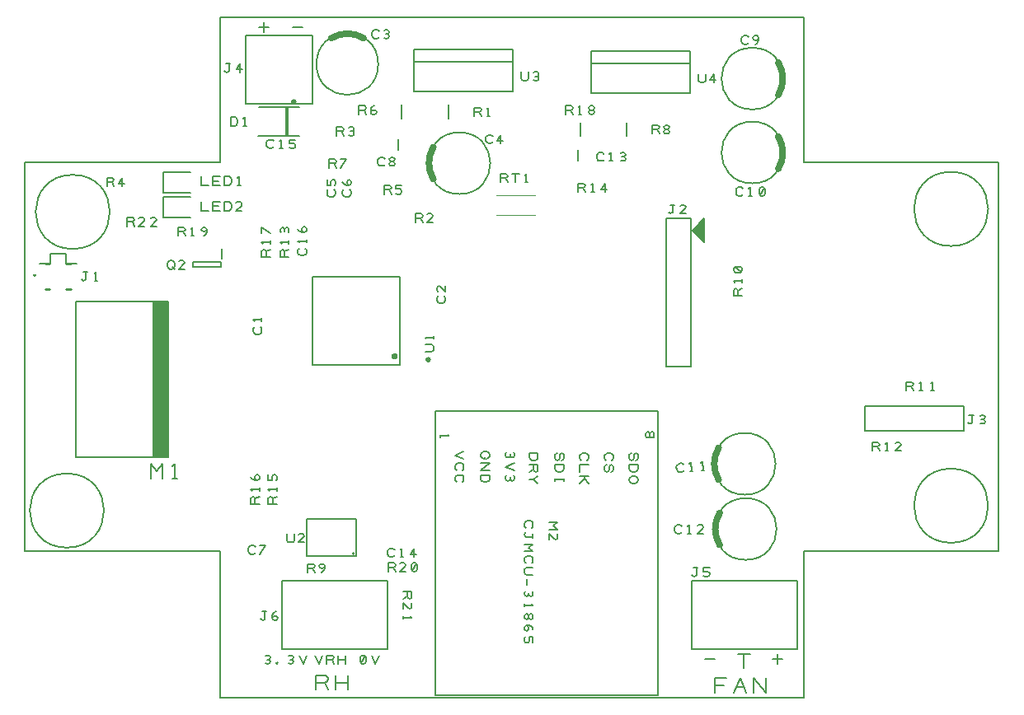
<source format=gto>
G04 DesignSpark PCB Gerber Version 10.0 Build 5299*
G04 #@! TF.Part,Single*
G04 #@! TF.FileFunction,Legend,Top*
G04 #@! TF.FilePolarity,Positive*
%FSLAX35Y35*%
%MOIN*%
%ADD13C,0.00394*%
%ADD10C,0.00500*%
%ADD11C,0.00787*%
%ADD12C,0.00800*%
%ADD14C,0.01000*%
%ADD17C,0.02500*%
G04 #@! TD.AperFunction*
X0Y0D02*
D02*
D10*
X250Y59305D02*
Y216785D01*
X78990D01*
X17179Y90841D02*
G75*
G03*
Y60841I0J-15000D01*
G01*
G75*
G03*
Y90841I0J15000D01*
G01*
X19541Y211707D02*
G75*
G03*
Y181707I0J-15000D01*
G01*
G75*
G03*
Y211707I0J15000D01*
G01*
X78990Y250D02*
X315211D01*
X78990Y59305D02*
X250D01*
X78990D02*
Y250D01*
Y275447D02*
X315211D01*
X78990D02*
Y216785D01*
X106474Y227415D02*
Y239226D01*
X105674D01*
Y227415D01*
X106474D01*
G36*
X106474Y227415D02*
Y239226D01*
X105674D01*
Y227415D01*
X106474D01*
G37*
X108874Y240395D02*
G75*
G03*
Y241995I0J800D01*
G01*
G75*
G03*
Y240395I0J-800D01*
G01*
G36*
X108874Y240395D02*
G75*
G03*
Y241995I0J800D01*
G01*
G75*
G03*
Y240395I0J-800D01*
G01*
G37*
X111274Y227415D02*
X94474D01*
X111274Y239226D02*
X94874D01*
X118091Y256507D02*
G75*
G03*
X143039I12474J0D01*
G01*
G75*
G03*
X118091I-12474J0D01*
G01*
X149856Y137258D02*
G75*
G03*
X149463Y139226I-197J984D01*
G01*
G75*
G03*
X149856Y137258I197J-984D01*
G01*
G36*
X149856Y137258D02*
G75*
G03*
X149463Y139226I-197J984D01*
G01*
G75*
G03*
X149856Y137258I197J-984D01*
G01*
G37*
X151825Y134896D02*
Y170329D01*
X116392D01*
Y134896D01*
X151825D01*
X157415Y257431D02*
X197415D01*
X157415Y262431D02*
Y245431D01*
X197415D01*
Y262431D01*
X157415D01*
X162455Y136864D02*
G75*
G03*
X164030I787J0D01*
G01*
G75*
G03*
X162455I-787J0D01*
G01*
G36*
X162455Y136864D02*
G75*
G03*
X164030I787J0D01*
G01*
G75*
G03*
X162455I-787J0D01*
G01*
G37*
X166234Y1156D02*
X256234D01*
X166234Y116156D02*
Y1156D01*
X175883Y203918D02*
G75*
G03*
Y228866I0J12474D01*
G01*
G75*
G03*
Y203918I0J-12474D01*
G01*
X229069Y256644D02*
X269069D01*
X229069Y261644D02*
Y244644D01*
X269069D01*
Y261644D01*
X229069D01*
X256234Y116156D02*
X166234D01*
X256234D02*
Y1156D01*
X259423Y134226D02*
X269423D01*
Y194226D01*
X259423D01*
Y134226D01*
X270250Y189226D02*
X274974Y193951D01*
Y184502D01*
X270250Y189226D01*
G36*
X270250Y189226D02*
X274974Y193951D01*
Y184502D01*
X270250Y189226D01*
G37*
X291237Y82264D02*
G75*
G03*
Y107212I0J12474D01*
G01*
G75*
G03*
Y82264I0J-12474D01*
G01*
X291631Y55886D02*
G75*
G03*
Y80834I0J12474D01*
G01*
G75*
G03*
Y55886I0J-12474D01*
G01*
X294302Y233196D02*
G75*
G03*
Y208248I0J-12474D01*
G01*
G75*
G03*
Y233196I0J12474D01*
G01*
Y263118D02*
G75*
G03*
Y238170I0J-12474D01*
G01*
G75*
G03*
Y263118I0J12474D01*
G01*
X315211Y250D02*
Y59305D01*
Y216785D02*
X393951D01*
X315211Y275447D02*
Y216785D01*
X339659Y118242D02*
Y108242D01*
X379659D01*
Y118242D01*
X339659D01*
X374659Y92809D02*
G75*
G03*
Y62809I0J-15000D01*
G01*
G75*
G03*
Y92809I0J15000D01*
G01*
Y212888D02*
G75*
G03*
Y182888I0J-15000D01*
G01*
G75*
G03*
Y212888I0J15000D01*
G01*
X393951Y59305D02*
X315211D01*
X393951Y216785D02*
Y59305D01*
D02*
D11*
X51037Y88734D02*
Y94640D01*
X53498Y91687D01*
X55959Y94640D01*
Y88734D01*
X59896D02*
X61864D01*
X60880D02*
Y94640D01*
X59896Y93656D01*
X67179Y202809D02*
X56156D01*
Y194541D01*
X67179D01*
Y212652D02*
X56156D01*
Y204384D01*
X67179D01*
X79581Y176333D02*
Y174561D01*
X68163D01*
Y176333D01*
X79581D01*
X79778Y181844D02*
Y177711D01*
X89485Y240407D02*
Y267967D01*
X116392D01*
Y240407D01*
X89485D01*
X94738Y271411D02*
X98675D01*
X96707Y269443D02*
Y273380D01*
X104052Y19935D02*
Y47494D01*
X146707D01*
Y19935D01*
X104052D01*
X108518Y271411D02*
X112455D01*
X117967Y3301D02*
Y9207D01*
X121411D01*
X122396Y8715D01*
X122888Y7730D01*
X122396Y6746D01*
X121411Y6254D01*
X117967D01*
X121411D02*
X122888Y3301D01*
X125841D02*
Y9207D01*
Y6254D02*
X130762D01*
Y3301D02*
Y9207D01*
X151037Y225939D02*
Y221805D01*
X152612Y240014D02*
Y234502D01*
X171510Y240014D02*
Y234502D01*
X223872Y221608D02*
Y217474D01*
X224659Y232927D02*
Y227415D01*
X243557Y232927D02*
Y227415D01*
X269800Y19935D02*
Y47494D01*
X312455D01*
Y19935D01*
X269800D01*
X275053Y15900D02*
X278990D01*
Y2120D02*
Y8026D01*
X283911D01*
X282927Y5073D02*
X278990D01*
X286864Y2120D02*
X289325Y8026D01*
X291785Y2120D01*
X287848Y4581D02*
X290801D01*
X294738Y2120D02*
Y8026D01*
X299659Y2120D01*
Y8026D01*
X290900Y11963D02*
Y17868D01*
X288439D02*
X293360D01*
X302612Y15900D02*
X306549D01*
X304581Y13931D02*
Y17868D01*
D02*
D12*
X8396Y175821D02*
X5996D01*
X10396D02*
Y179758D01*
X16796D01*
Y175821D01*
X18796D02*
X21196D01*
X23085Y169435D02*
X23378Y169142D01*
X23966Y168848D01*
X24554Y169142D01*
X24847Y169435D01*
Y172373D01*
X25435D01*
X24847D02*
X23672D01*
X28372Y168848D02*
X29547D01*
X28960D02*
Y172373D01*
X28372Y171785D01*
X33321Y207037D02*
Y210562D01*
X35377D01*
X35965Y210268D01*
X36258Y209681D01*
X35965Y209093D01*
X35377Y208799D01*
X33321D01*
X35377D02*
X36258Y207037D01*
X39490D02*
Y210562D01*
X38021Y208212D01*
X40371D01*
X41589Y190895D02*
Y194420D01*
X43645D01*
X44232Y194126D01*
X44526Y193539D01*
X44232Y192951D01*
X43645Y192657D01*
X41589D01*
X43645D02*
X44526Y190895D01*
X48639D02*
X46289D01*
X48345Y192951D01*
X48639Y193539D01*
X48345Y194126D01*
X47757Y194420D01*
X46876D01*
X46289Y194126D01*
X53339Y190895D02*
X50989D01*
X53045Y192951D01*
X53339Y193539D01*
X53045Y194126D01*
X52457Y194420D01*
X51576D01*
X50989Y194126D01*
X57730Y174747D02*
Y175922D01*
X58024Y176510D01*
X58318Y176804D01*
X58906Y177097D01*
X59493D01*
X60080Y176804D01*
X60374Y176510D01*
X60668Y175922D01*
Y174747D01*
X60374Y174160D01*
X60080Y173866D01*
X59493Y173572D01*
X58906D01*
X58318Y173866D01*
X58024Y174160D01*
X57730Y174747D01*
X59787Y174454D02*
X60668Y173572D01*
X64780D02*
X62430D01*
X64487Y175628D01*
X64780Y176216D01*
X64487Y176804D01*
X63899Y177097D01*
X63018D01*
X62430Y176804D01*
X58124Y160486D02*
X52219D01*
Y97494D01*
X58124D01*
Y160486D01*
G36*
X58124Y160486D02*
X52219D01*
Y97494D01*
X58124D01*
Y160486D01*
G37*
X20722D01*
Y97494D01*
X58124D01*
Y160486D01*
X62061Y186958D02*
Y190483D01*
X64117D01*
X64705Y190189D01*
X64998Y189602D01*
X64705Y189014D01*
X64117Y188720D01*
X62061D01*
X64117D02*
X64998Y186958D01*
X67348D02*
X68524D01*
X67936D02*
Y190483D01*
X67348Y189896D01*
X72342Y186958D02*
X72930Y187252D01*
X73517Y187839D01*
X73811Y188720D01*
Y189602D01*
X73517Y190189D01*
X72930Y190483D01*
X72342D01*
X71755Y190189D01*
X71461Y189602D01*
X71755Y189014D01*
X72342Y188720D01*
X72930D01*
X73517Y189014D01*
X73811Y189602D01*
X71510Y200719D02*
Y197194D01*
X74447D01*
X76210D02*
Y200719D01*
X79147D01*
X78560Y198957D02*
X76210D01*
Y197194D02*
X79147D01*
X80910D02*
Y200719D01*
X82672D01*
X83260Y200426D01*
X83554Y200132D01*
X83847Y199544D01*
Y198369D01*
X83554Y197782D01*
X83260Y197488D01*
X82672Y197194D01*
X80910D01*
X87960D02*
X85610D01*
X87666Y199250D01*
X87960Y199838D01*
X87666Y200426D01*
X87079Y200719D01*
X86197D01*
X85610Y200426D01*
X71510Y210956D02*
Y207430D01*
X74447D01*
X76210D02*
Y210956D01*
X79147D01*
X78560Y209193D02*
X76210D01*
Y207430D02*
X79147D01*
X80910D02*
Y210956D01*
X82672D01*
X83260Y210662D01*
X83554Y210368D01*
X83847Y209780D01*
Y208606D01*
X83554Y208018D01*
X83260Y207724D01*
X82672Y207430D01*
X80910D01*
X86197D02*
X87372D01*
X86785D02*
Y210956D01*
X86197Y210368D01*
X80959Y253687D02*
X81252Y253394D01*
X81840Y253100D01*
X82428Y253394D01*
X82721Y253687D01*
Y256625D01*
X83309D01*
X82721D02*
X81546D01*
X87128Y253100D02*
Y256625D01*
X85659Y254275D01*
X88009D01*
X83321Y231446D02*
Y234971D01*
X85083D01*
X85671Y234678D01*
X85965Y234384D01*
X86258Y233796D01*
Y232621D01*
X85965Y232034D01*
X85671Y231740D01*
X85083Y231446D01*
X83321D01*
X88608D02*
X89783D01*
X89196D02*
Y234971D01*
X88608Y234384D01*
X93345Y58806D02*
X93051Y58512D01*
X92464Y58218D01*
X91583D01*
X90995Y58512D01*
X90701Y58806D01*
X90407Y59393D01*
Y60568D01*
X90701Y61156D01*
X90995Y61449D01*
X91583Y61743D01*
X92464D01*
X93051Y61449D01*
X93345Y61156D01*
X95107Y58218D02*
X97457Y61743D01*
X95107D01*
X95526Y32034D02*
X95819Y31740D01*
X96407Y31446D01*
X96994Y31740D01*
X97288Y32034D01*
Y34971D01*
X97876D01*
X97288D02*
X96113D01*
X100226Y32328D02*
X100519Y32915D01*
X101107Y33209D01*
X101694D01*
X102282Y32915D01*
X102576Y32328D01*
X102282Y31740D01*
X101694Y31446D01*
X101107D01*
X100519Y31740D01*
X100226Y32328D01*
Y33209D01*
X100519Y34090D01*
X101107Y34678D01*
X101694Y34971D01*
X95038Y78596D02*
X91513D01*
Y80653D01*
X91807Y81240D01*
X92394Y81534D01*
X92982Y81240D01*
X93276Y80653D01*
Y78596D01*
Y80653D02*
X95038Y81534D01*
Y83884D02*
Y85059D01*
Y84472D02*
X91513D01*
X92100Y83884D01*
X94157Y87996D02*
X93569Y88290D01*
X93276Y88878D01*
Y89465D01*
X93569Y90053D01*
X94157Y90346D01*
X94744Y90053D01*
X95038Y89465D01*
Y88878D01*
X94744Y88290D01*
X94157Y87996D01*
X93276D01*
X92394Y88290D01*
X91807Y88878D01*
X91513Y89465D01*
X95356Y150194D02*
X95650Y149900D01*
X95944Y149313D01*
Y148432D01*
X95650Y147844D01*
X95356Y147550D01*
X94769Y147257D01*
X93594D01*
X93006Y147550D01*
X92712Y147844D01*
X92419Y148432D01*
Y149313D01*
X92712Y149900D01*
X93006Y150194D01*
X95944Y152544D02*
Y153719D01*
Y153132D02*
X92419D01*
X93006Y152544D01*
X97394Y14024D02*
X97981Y13730D01*
X98569D01*
X99157Y14024D01*
X99450Y14611D01*
X99157Y15198D01*
X98569Y15492D01*
X97981D01*
X98569D02*
X99157Y15786D01*
X99450Y16374D01*
X99157Y16961D01*
X98569Y17255D01*
X97981D01*
X97394Y16961D01*
X102094Y13730D02*
X102388Y14024D01*
X102094Y14317D01*
X101800Y14024D01*
X102094Y13730D01*
X106794Y14024D02*
X107381Y13730D01*
X107969D01*
X108557Y14024D01*
X108850Y14611D01*
X108557Y15198D01*
X107969Y15492D01*
X107381D01*
X107969D02*
X108557Y15786D01*
X108850Y16374D01*
X108557Y16961D01*
X107969Y17255D01*
X107381D01*
X106794Y16961D01*
X111200Y17255D02*
X112669Y13730D01*
X114138Y17255D01*
X100825Y222979D02*
X100531Y222685D01*
X99944Y222391D01*
X99063D01*
X98475Y222685D01*
X98181Y222979D01*
X97888Y223566D01*
Y224741D01*
X98181Y225329D01*
X98475Y225622D01*
X99063Y225916D01*
X99944D01*
X100531Y225622D01*
X100825Y225329D01*
X103175Y222391D02*
X104350D01*
X103763D02*
Y225916D01*
X103175Y225329D01*
X107288Y222685D02*
X107875Y222391D01*
X108757D01*
X109344Y222685D01*
X109638Y223272D01*
Y223566D01*
X109344Y224154D01*
X108757Y224447D01*
X107288D01*
Y225916D01*
X109638D01*
X99487Y178596D02*
X95962D01*
Y180653D01*
X96256Y181240D01*
X96843Y181534D01*
X97431Y181240D01*
X97725Y180653D01*
Y178596D01*
Y180653D02*
X99487Y181534D01*
Y183884D02*
Y185059D01*
Y184472D02*
X95962D01*
X96550Y183884D01*
X99487Y187996D02*
X95962Y190346D01*
Y187996D01*
X102125Y78596D02*
X98600D01*
Y80653D01*
X98893Y81240D01*
X99481Y81534D01*
X100069Y81240D01*
X100362Y80653D01*
Y78596D01*
Y80653D02*
X102125Y81534D01*
Y83884D02*
Y85059D01*
Y84472D02*
X98600D01*
X99187Y83884D01*
X101831Y87996D02*
X102125Y88584D01*
Y89465D01*
X101831Y90053D01*
X101243Y90346D01*
X100950D01*
X100362Y90053D01*
X100069Y89465D01*
Y87996D01*
X98600D01*
Y90346D01*
X106156Y66467D02*
Y63824D01*
X106449Y63236D01*
X107037Y62942D01*
X108212D01*
X108799Y63236D01*
X109093Y63824D01*
Y66467D01*
X113206Y62942D02*
X110856D01*
X112912Y64998D01*
X113206Y65586D01*
X112912Y66174D01*
X112324Y66467D01*
X111443D01*
X110856Y66174D01*
X106968Y178596D02*
X103443D01*
Y180653D01*
X103737Y181240D01*
X104324Y181534D01*
X104912Y181240D01*
X105206Y180653D01*
Y178596D01*
Y180653D02*
X106968Y181534D01*
Y183884D02*
Y185059D01*
Y184472D02*
X103443D01*
X104030Y183884D01*
X106674Y188290D02*
X106968Y188878D01*
Y189465D01*
X106674Y190053D01*
X106087Y190346D01*
X105499Y190053D01*
X105206Y189465D01*
Y188878D01*
Y189465D02*
X104912Y190053D01*
X104324Y190346D01*
X103737Y190053D01*
X103443Y189465D01*
Y188878D01*
X103737Y188290D01*
X114266Y57317D02*
Y72317D01*
X134266D01*
Y57317D01*
X114266D01*
X114423Y50737D02*
Y54263D01*
X116480D01*
X117067Y53969D01*
X117361Y53381D01*
X117067Y52794D01*
X116480Y52500D01*
X114423D01*
X116480D02*
X117361Y50737D01*
X120004D02*
X120592Y51031D01*
X121180Y51619D01*
X121473Y52500D01*
Y53381D01*
X121180Y53969D01*
X120592Y54263D01*
X120004D01*
X119417Y53969D01*
X119123Y53381D01*
X119417Y52794D01*
X120004Y52500D01*
X120592D01*
X121180Y52794D01*
X121473Y53381D01*
X113467Y181928D02*
X113760Y181634D01*
X114054Y181046D01*
Y180165D01*
X113760Y179578D01*
X113467Y179284D01*
X112879Y178990D01*
X111704D01*
X111117Y179284D01*
X110823Y179578D01*
X110529Y180165D01*
Y181046D01*
X110823Y181634D01*
X111117Y181928D01*
X114054Y184278D02*
Y185453D01*
Y184865D02*
X110529D01*
X111117Y184278D01*
X113173Y188390D02*
X112585Y188684D01*
X112292Y189271D01*
Y189859D01*
X112585Y190446D01*
X113173Y190740D01*
X113760Y190446D01*
X114054Y189859D01*
Y189271D01*
X113760Y188684D01*
X113173Y188390D01*
X112292D01*
X111410Y188684D01*
X110823Y189271D01*
X110529Y189859D01*
X117573Y17255D02*
X119042Y13730D01*
X120510Y17255D01*
X122273Y13730D02*
Y17255D01*
X124329D01*
X124917Y16961D01*
X125210Y16374D01*
X124917Y15786D01*
X124329Y15492D01*
X122273D01*
X124329D02*
X125210Y13730D01*
X126973D02*
Y17255D01*
Y15492D02*
X129910D01*
Y13730D02*
Y17255D01*
X123085Y214517D02*
Y218042D01*
X125141D01*
X125728Y217748D01*
X126022Y217161D01*
X125728Y216573D01*
X125141Y216280D01*
X123085D01*
X125141D02*
X126022Y214517D01*
X127785D02*
X130135Y218042D01*
X127785D01*
X126234Y227509D02*
Y231034D01*
X128291D01*
X128878Y230741D01*
X129172Y230153D01*
X128878Y229565D01*
X128291Y229272D01*
X126234D01*
X128291D02*
X129172Y227509D01*
X131228Y227803D02*
X131815Y227509D01*
X132403D01*
X132991Y227803D01*
X133284Y228391D01*
X132991Y228978D01*
X132403Y229272D01*
X131815D01*
X132403D02*
X132991Y229565D01*
X133284Y230153D01*
X132991Y230741D01*
X132403Y231034D01*
X131815D01*
X131228Y230741D01*
X125278Y205706D02*
X125571Y205412D01*
X125865Y204825D01*
Y203944D01*
X125571Y203356D01*
X125278Y203062D01*
X124690Y202769D01*
X123515D01*
X122928Y203062D01*
X122634Y203356D01*
X122340Y203944D01*
Y204825D01*
X122634Y205412D01*
X122928Y205706D01*
X125571Y207469D02*
X125865Y208056D01*
Y208937D01*
X125571Y209525D01*
X124984Y209819D01*
X124690D01*
X124103Y209525D01*
X123809Y208937D01*
Y207469D01*
X122340D01*
Y209819D01*
X132531Y58425D02*
G75*
G03*
X133425I447J0D01*
G01*
G75*
G03*
X132531I-447J0D01*
G01*
X131577Y205706D02*
X131871Y205412D01*
X132165Y204825D01*
Y203944D01*
X131871Y203356D01*
X131577Y203062D01*
X130990Y202769D01*
X129815D01*
X129227Y203062D01*
X128933Y203356D01*
X128640Y203944D01*
Y204825D01*
X128933Y205412D01*
X129227Y205706D01*
X131283Y207469D02*
X130696Y207762D01*
X130402Y208350D01*
Y208937D01*
X130696Y209525D01*
X131283Y209819D01*
X131871Y209525D01*
X132165Y208937D01*
Y208350D01*
X131871Y207762D01*
X131283Y207469D01*
X130402D01*
X129521Y207762D01*
X128933Y208350D01*
X128640Y208937D01*
X135289Y236170D02*
Y239696D01*
X137346D01*
X137933Y239402D01*
X138227Y238815D01*
X137933Y238227D01*
X137346Y237933D01*
X135289D01*
X137346D02*
X138227Y236170D01*
X139989Y237052D02*
X140283Y237639D01*
X140870Y237933D01*
X141458D01*
X142046Y237639D01*
X142339Y237052D01*
X142046Y236465D01*
X141458Y236170D01*
X140870D01*
X140283Y236465D01*
X139989Y237052D01*
Y237933D01*
X140283Y238815D01*
X140870Y239402D01*
X141458Y239696D01*
X135977Y14024D02*
X136564Y13730D01*
X137152D01*
X137739Y14024D01*
X138033Y14611D01*
Y16374D01*
X137739Y16961D01*
X137152Y17255D01*
X136564D01*
X135977Y16961D01*
X135683Y16374D01*
Y14611D01*
X135977Y14024D01*
X137739Y16961D01*
X140383Y17255D02*
X141852Y13730D01*
X143320Y17255D01*
X143345Y267467D02*
X143051Y267173D01*
X142464Y266879D01*
X141583D01*
X140995Y267173D01*
X140701Y267467D01*
X140407Y268054D01*
Y269229D01*
X140701Y269817D01*
X140995Y270111D01*
X141583Y270404D01*
X142464D01*
X143051Y270111D01*
X143345Y269817D01*
X145401Y267173D02*
X145989Y266879D01*
X146576D01*
X147164Y267173D01*
X147457Y267761D01*
X147164Y268348D01*
X146576Y268642D01*
X145989D01*
X146576D02*
X147164Y268935D01*
X147457Y269523D01*
X147164Y270111D01*
X146576Y270404D01*
X145989D01*
X145401Y270111D01*
X145707Y215892D02*
X145413Y215598D01*
X144826Y215304D01*
X143945D01*
X143357Y215598D01*
X143063Y215892D01*
X142770Y216480D01*
Y217654D01*
X143063Y218242D01*
X143357Y218536D01*
X143945Y218830D01*
X144826D01*
X145413Y218536D01*
X145707Y218242D01*
X148351Y217067D02*
X148939D01*
X149526Y217361D01*
X149820Y217948D01*
X149526Y218536D01*
X148939Y218830D01*
X148351D01*
X147763Y218536D01*
X147470Y217948D01*
X147763Y217361D01*
X148351Y217067D01*
X147763Y216773D01*
X147470Y216186D01*
X147763Y215598D01*
X148351Y215304D01*
X148939D01*
X149526Y215598D01*
X149820Y216186D01*
X149526Y216773D01*
X148939Y217067D01*
X145526Y203887D02*
Y207412D01*
X147582D01*
X148169Y207119D01*
X148463Y206531D01*
X148169Y205943D01*
X147582Y205650D01*
X145526D01*
X147582D02*
X148463Y203887D01*
X150226Y204181D02*
X150813Y203887D01*
X151694D01*
X152282Y204181D01*
X152576Y204769D01*
Y205062D01*
X152282Y205650D01*
X151694Y205943D01*
X150226D01*
Y207412D01*
X152576D01*
X149643Y57624D02*
X149349Y57331D01*
X148762Y57037D01*
X147881D01*
X147293Y57331D01*
X146999Y57624D01*
X146706Y58212D01*
Y59387D01*
X146999Y59974D01*
X147293Y60268D01*
X147881Y60562D01*
X148762D01*
X149349Y60268D01*
X149643Y59974D01*
X151993Y57037D02*
X153168D01*
X152581D02*
Y60562D01*
X151993Y59974D01*
X157574Y57037D02*
Y60562D01*
X156106Y58212D01*
X158456D01*
X147100Y51131D02*
Y54656D01*
X149157D01*
X149744Y54363D01*
X150038Y53775D01*
X149744Y53187D01*
X149157Y52894D01*
X147100D01*
X149157D02*
X150038Y51131D01*
X154150D02*
X151800D01*
X153857Y53187D01*
X154150Y53775D01*
X153857Y54363D01*
X153269Y54656D01*
X152388D01*
X151800Y54363D01*
X156794Y51425D02*
X157381Y51131D01*
X157969D01*
X158557Y51425D01*
X158850Y52013D01*
Y53775D01*
X158557Y54363D01*
X157969Y54656D01*
X157381D01*
X156794Y54363D01*
X156500Y53775D01*
Y52013D01*
X156794Y51425D01*
X158557Y54363D01*
X153100Y43163D02*
X156625D01*
Y41107D01*
X156331Y40520D01*
X155744Y40226D01*
X155156Y40520D01*
X154862Y41107D01*
Y43163D01*
Y41107D02*
X153100Y40226D01*
Y36113D02*
Y38463D01*
X155156Y36407D01*
X155744Y36113D01*
X156331Y36407D01*
X156625Y36994D01*
Y37876D01*
X156331Y38463D01*
X153100Y33176D02*
Y32001D01*
Y32588D02*
X156625D01*
X156037Y33176D01*
X158124Y192470D02*
Y195995D01*
X160180D01*
X160768Y195701D01*
X161061Y195114D01*
X160768Y194526D01*
X160180Y194232D01*
X158124D01*
X160180D02*
X161061Y192470D01*
X165174D02*
X162824D01*
X164880Y194526D01*
X165174Y195114D01*
X164880Y195701D01*
X164293Y195995D01*
X163411D01*
X162824Y195701D01*
X161986Y140013D02*
X164630D01*
X165217Y140306D01*
X165511Y140894D01*
Y142069D01*
X165217Y142656D01*
X164630Y142950D01*
X161986D01*
X165511Y145300D02*
Y146475D01*
Y145888D02*
X161986D01*
X162573Y145300D01*
X168115Y106568D02*
Y105393D01*
Y105980D02*
X171641D01*
X171053Y106568D01*
X169647Y162636D02*
X169941Y162343D01*
X170235Y161755D01*
Y160874D01*
X169941Y160286D01*
X169647Y159993D01*
X169060Y159699D01*
X167885D01*
X167297Y159993D01*
X167004Y160286D01*
X166710Y160874D01*
Y161755D01*
X167004Y162343D01*
X167297Y162636D01*
X170235Y166749D02*
Y164399D01*
X168179Y166455D01*
X167591Y166749D01*
X167004Y166455D01*
X166710Y165868D01*
Y164986D01*
X167004Y164399D01*
X177641Y99656D02*
X174115Y98187D01*
X177641Y96718D01*
X174703Y92018D02*
X174409Y92312D01*
X174115Y92899D01*
Y93780D01*
X174409Y94368D01*
X174703Y94662D01*
X175291Y94956D01*
X176465D01*
X177053Y94662D01*
X177347Y94368D01*
X177641Y93780D01*
Y92899D01*
X177347Y92312D01*
X177053Y92018D01*
X174703Y87318D02*
X174409Y87612D01*
X174115Y88199D01*
Y89080D01*
X174409Y89668D01*
X174703Y89962D01*
X175291Y90256D01*
X176465D01*
X177053Y89962D01*
X177347Y89668D01*
X177641Y89080D01*
Y88199D01*
X177347Y87612D01*
X177053Y87318D01*
X181746Y235383D02*
Y238908D01*
X183802D01*
X184390Y238615D01*
X184683Y238027D01*
X184390Y237439D01*
X183802Y237146D01*
X181746D01*
X183802D02*
X184683Y235383D01*
X187033D02*
X188209D01*
X187621D02*
Y238908D01*
X187033Y238321D01*
X186084Y97599D02*
Y96718D01*
X185791D01*
X185203Y97012D01*
X184909Y97306D01*
X184615Y97893D01*
Y98480D01*
X184909Y99068D01*
X185203Y99362D01*
X185791Y99656D01*
X186965D01*
X187553Y99362D01*
X187847Y99068D01*
X188141Y98480D01*
Y97893D01*
X187847Y97306D01*
X187553Y97012D01*
X186965Y96718D01*
X184615Y94956D02*
X188141D01*
X184615Y92018D01*
X188141D01*
X184615Y90256D02*
X188141D01*
Y88493D01*
X187847Y87906D01*
X187553Y87612D01*
X186965Y87318D01*
X185791D01*
X185203Y87612D01*
X184909Y87906D01*
X184615Y88493D01*
Y90256D01*
X189408Y224947D02*
X189114Y224654D01*
X188527Y224359D01*
X187646D01*
X187058Y224654D01*
X186764Y224947D01*
X186470Y225535D01*
Y226709D01*
X186764Y227297D01*
X187058Y227591D01*
X187646Y227885D01*
X188527D01*
X189114Y227591D01*
X189408Y227297D01*
X192639Y224359D02*
Y227885D01*
X191170Y225535D01*
X193520D01*
X192376Y208611D02*
Y212137D01*
X194432D01*
X195020Y211843D01*
X195313Y211256D01*
X195020Y210668D01*
X194432Y210374D01*
X192376D01*
X194432D02*
X195313Y208611D01*
X198545D02*
Y212137D01*
X197076D02*
X200013D01*
X202363Y208611D02*
X203539D01*
X202951D02*
Y212137D01*
X202363Y211549D01*
X194909Y99362D02*
X194615Y98774D01*
Y98187D01*
X194909Y97599D01*
X195497Y97306D01*
X196084Y97599D01*
X196378Y98187D01*
Y98774D01*
Y98187D02*
X196672Y97599D01*
X197259Y97306D01*
X197847Y97599D01*
X198141Y98187D01*
Y98774D01*
X197847Y99362D01*
X198141Y94956D02*
X194615Y93487D01*
X198141Y92018D01*
X194909Y89962D02*
X194615Y89374D01*
Y88787D01*
X194909Y88199D01*
X195497Y87906D01*
X196084Y88199D01*
X196378Y88787D01*
Y89374D01*
Y88787D02*
X196672Y88199D01*
X197259Y87906D01*
X197847Y88199D01*
X198141Y88787D01*
Y89374D01*
X197847Y89962D01*
X200915Y253337D02*
Y250694D01*
X201209Y250106D01*
X201796Y249812D01*
X202972D01*
X203559Y250106D01*
X203853Y250694D01*
Y253337D01*
X205909Y250106D02*
X206496Y249812D01*
X207084D01*
X207672Y250106D01*
X207965Y250694D01*
X207672Y251281D01*
X207084Y251575D01*
X206496D01*
X207084D02*
X207672Y251869D01*
X207965Y252456D01*
X207672Y253044D01*
X207084Y253337D01*
X206496D01*
X205909Y253044D01*
X202703Y68718D02*
X202409Y69012D01*
X202115Y69599D01*
Y70480D01*
X202409Y71068D01*
X202703Y71362D01*
X203291Y71656D01*
X204465D01*
X205053Y71362D01*
X205347Y71068D01*
X205641Y70480D01*
Y69599D01*
X205347Y69012D01*
X205053Y68718D01*
X202703Y66956D02*
X202409Y66662D01*
X202115Y66074D01*
X202409Y65487D01*
X202703Y65193D01*
X205641D01*
Y64606D01*
Y65193D02*
Y66368D01*
X202115Y62256D02*
X205641D01*
X203878Y60787D01*
X205641Y59318D01*
X202115D01*
X202703Y54618D02*
X202409Y54912D01*
X202115Y55499D01*
Y56380D01*
X202409Y56968D01*
X202703Y57262D01*
X203291Y57556D01*
X204465D01*
X205053Y57262D01*
X205347Y56968D01*
X205641Y56380D01*
Y55499D01*
X205347Y54912D01*
X205053Y54618D01*
X205641Y52856D02*
X202997D01*
X202409Y52562D01*
X202115Y51974D01*
Y50799D01*
X202409Y50212D01*
X202997Y49918D01*
X205641D01*
X203291Y48156D02*
Y45806D01*
X202409Y43162D02*
X202115Y42574D01*
Y41987D01*
X202409Y41399D01*
X202997Y41106D01*
X203584Y41399D01*
X203878Y41987D01*
Y42574D01*
Y41987D02*
X204172Y41399D01*
X204759Y41106D01*
X205347Y41399D01*
X205641Y41987D01*
Y42574D01*
X205347Y43162D01*
X202115Y38168D02*
Y36993D01*
Y37580D02*
X205641D01*
X205053Y38168D01*
X203878Y33174D02*
Y32587D01*
X204172Y31999D01*
X204759Y31706D01*
X205347Y31999D01*
X205641Y32587D01*
Y33174D01*
X205347Y33762D01*
X204759Y34056D01*
X204172Y33762D01*
X203878Y33174D01*
X203584Y33762D01*
X202997Y34056D01*
X202409Y33762D01*
X202115Y33174D01*
Y32587D01*
X202409Y31999D01*
X202997Y31706D01*
X203584Y31999D01*
X203878Y32587D01*
X202997Y29356D02*
X203584Y29062D01*
X203878Y28474D01*
Y27887D01*
X203584Y27299D01*
X202997Y27006D01*
X202409Y27299D01*
X202115Y27887D01*
Y28474D01*
X202409Y29062D01*
X202997Y29356D01*
X203878D01*
X204759Y29062D01*
X205347Y28474D01*
X205641Y27887D01*
X202409Y24656D02*
X202115Y24068D01*
Y23187D01*
X202409Y22599D01*
X202997Y22306D01*
X203291D01*
X203878Y22599D01*
X204172Y23187D01*
Y24656D01*
X205641D01*
Y22306D01*
X204115Y99156D02*
X207641D01*
Y97393D01*
X207347Y96806D01*
X207053Y96512D01*
X206465Y96218D01*
X205291D01*
X204703Y96512D01*
X204409Y96806D01*
X204115Y97393D01*
Y99156D01*
Y94456D02*
X207641D01*
Y92399D01*
X207347Y91812D01*
X206759Y91518D01*
X206172Y91812D01*
X205878Y92399D01*
Y94456D01*
Y92399D02*
X204115Y91518D01*
Y88287D02*
X205878D01*
X207641Y89756D01*
X205878Y88287D02*
X207641Y86818D01*
X212115Y71154D02*
X215640D01*
X213878Y69685D01*
X215640Y68217D01*
X212115D01*
Y64104D02*
Y66454D01*
X214171Y64398D01*
X214759Y64104D01*
X215346Y64398D01*
X215640Y64985D01*
Y65867D01*
X215346Y66454D01*
X215497Y99156D02*
X214909Y98862D01*
X214615Y98274D01*
Y97099D01*
X214909Y96512D01*
X215497Y96218D01*
X216084Y96512D01*
X216378Y97099D01*
Y98274D01*
X216672Y98862D01*
X217259Y99156D01*
X217847Y98862D01*
X218141Y98274D01*
Y97099D01*
X217847Y96512D01*
X217259Y96218D01*
X214615Y94456D02*
X218141D01*
Y92693D01*
X217847Y92106D01*
X217553Y91812D01*
X216965Y91518D01*
X215791D01*
X215203Y91812D01*
X214909Y92106D01*
X214615Y92693D01*
Y94456D01*
Y88874D02*
Y87699D01*
Y88287D02*
X218141D01*
Y88874D02*
Y87699D01*
X218754Y236170D02*
Y239696D01*
X220810D01*
X221398Y239402D01*
X221691Y238815D01*
X221398Y238227D01*
X220810Y237933D01*
X218754D01*
X220810D02*
X221691Y236170D01*
X224041D02*
X225217D01*
X224629D02*
Y239696D01*
X224041Y239108D01*
X229035Y237933D02*
X229623D01*
X230210Y238227D01*
X230504Y238815D01*
X230210Y239402D01*
X229623Y239696D01*
X229035D01*
X228448Y239402D01*
X228154Y238815D01*
X228448Y238227D01*
X229035Y237933D01*
X228448Y237639D01*
X228154Y237052D01*
X228448Y236465D01*
X229035Y236170D01*
X229623D01*
X230210Y236465D01*
X230504Y237052D01*
X230210Y237639D01*
X229623Y237933D01*
X225203Y96218D02*
X224909Y96512D01*
X224615Y97099D01*
Y97980D01*
X224909Y98568D01*
X225203Y98862D01*
X225791Y99156D01*
X226965D01*
X227553Y98862D01*
X227847Y98568D01*
X228141Y97980D01*
Y97099D01*
X227847Y96512D01*
X227553Y96218D01*
X228141Y94456D02*
X224615D01*
Y91518D01*
Y89756D02*
X228141D01*
X226378D02*
Y88874D01*
X228141Y86818D01*
X226378Y88874D02*
X224615Y86818D01*
X223872Y204674D02*
Y208200D01*
X225928D01*
X226516Y207906D01*
X226809Y207319D01*
X226516Y206731D01*
X225928Y206437D01*
X223872D01*
X225928D02*
X226809Y204674D01*
X229159D02*
X230335D01*
X229747D02*
Y208200D01*
X229159Y207612D01*
X234741Y204674D02*
Y208200D01*
X233272Y205850D01*
X235622D01*
X234290Y217861D02*
X233996Y217567D01*
X233409Y217273D01*
X232528D01*
X231940Y217567D01*
X231646Y217861D01*
X231352Y218448D01*
Y219623D01*
X231646Y220211D01*
X231940Y220504D01*
X232528Y220798D01*
X233409D01*
X233996Y220504D01*
X234290Y220211D01*
X236640Y217273D02*
X237815D01*
X237228D02*
Y220798D01*
X236640Y220211D01*
X241046Y217567D02*
X241633Y217273D01*
X242221D01*
X242809Y217567D01*
X243102Y218154D01*
X242809Y218742D01*
X242221Y219035D01*
X241633D01*
X242221D02*
X242809Y219329D01*
X243102Y219917D01*
X242809Y220504D01*
X242221Y220798D01*
X241633D01*
X241046Y220504D01*
X235203Y96218D02*
X234909Y96512D01*
X234615Y97099D01*
Y97980D01*
X234909Y98568D01*
X235203Y98862D01*
X235791Y99156D01*
X236965D01*
X237553Y98862D01*
X237847Y98568D01*
X238141Y97980D01*
Y97099D01*
X237847Y96512D01*
X237553Y96218D01*
X235497Y94456D02*
X234909Y94162D01*
X234615Y93574D01*
Y92399D01*
X234909Y91812D01*
X235497Y91518D01*
X236084Y91812D01*
X236378Y92399D01*
Y93574D01*
X236672Y94162D01*
X237259Y94456D01*
X237847Y94162D01*
X238141Y93574D01*
Y92399D01*
X237847Y91812D01*
X237259Y91518D01*
X245497Y99156D02*
X244909Y98862D01*
X244615Y98274D01*
Y97099D01*
X244909Y96512D01*
X245497Y96218D01*
X246084Y96512D01*
X246378Y97099D01*
Y98274D01*
X246672Y98862D01*
X247259Y99156D01*
X247847Y98862D01*
X248141Y98274D01*
Y97099D01*
X247847Y96512D01*
X247259Y96218D01*
X244615Y94456D02*
X248141D01*
Y92693D01*
X247847Y92106D01*
X247553Y91812D01*
X246965Y91518D01*
X245791D01*
X245203Y91812D01*
X244909Y92106D01*
X244615Y92693D01*
Y94456D01*
X245791Y89756D02*
X246965D01*
X247553Y89462D01*
X247847Y89168D01*
X248141Y88580D01*
Y87993D01*
X247847Y87406D01*
X247553Y87112D01*
X246965Y86818D01*
X245791D01*
X245203Y87112D01*
X244909Y87406D01*
X244615Y87993D01*
Y88580D01*
X244909Y89168D01*
X245203Y89462D01*
X245791Y89756D01*
X252878Y106774D02*
Y106187D01*
X253172Y105599D01*
X253759Y105306D01*
X254347Y105599D01*
X254641Y106187D01*
Y106774D01*
X254347Y107362D01*
X253759Y107656D01*
X253172Y107362D01*
X252878Y106774D01*
X252584Y107362D01*
X251997Y107656D01*
X251409Y107362D01*
X251115Y106774D01*
Y106187D01*
X251409Y105599D01*
X251997Y105306D01*
X252584Y105599D01*
X252878Y106187D01*
X253793Y228296D02*
Y231822D01*
X255850D01*
X256437Y231528D01*
X256731Y230941D01*
X256437Y230353D01*
X255850Y230059D01*
X253793D01*
X255850D02*
X256731Y228296D01*
X259374Y230059D02*
X259962D01*
X260550Y230353D01*
X260843Y230941D01*
X260550Y231528D01*
X259962Y231822D01*
X259374D01*
X258787Y231528D01*
X258493Y230941D01*
X258787Y230353D01*
X259374Y230059D01*
X258787Y229765D01*
X258493Y229178D01*
X258787Y228591D01*
X259374Y228296D01*
X259962D01*
X260550Y228591D01*
X260843Y229178D01*
X260550Y229765D01*
X259962Y230059D01*
X260407Y196601D02*
X260701Y196307D01*
X261289Y196013D01*
X261876Y196307D01*
X262170Y196601D01*
Y199538D01*
X262757D01*
X262170D02*
X260995D01*
X267457Y196013D02*
X265107D01*
X267164Y198069D01*
X267457Y198657D01*
X267164Y199244D01*
X266576Y199538D01*
X265695D01*
X265107Y199244D01*
X265786Y67073D02*
X265492Y66780D01*
X264905Y66485D01*
X264024D01*
X263436Y66780D01*
X263142Y67073D01*
X262848Y67661D01*
Y68835D01*
X263142Y69423D01*
X263436Y69717D01*
X264024Y70011D01*
X264905D01*
X265492Y69717D01*
X265786Y69423D01*
X268136Y66485D02*
X269311D01*
X268724D02*
Y70011D01*
X268136Y69423D01*
X274598Y66485D02*
X272248D01*
X274305Y68542D01*
X274598Y69130D01*
X274305Y69717D01*
X273717Y70011D01*
X272836D01*
X272248Y69717D01*
X266710Y92094D02*
X266443Y91776D01*
X265884Y91432D01*
X265006Y91356D01*
X264395Y91597D01*
X264077Y91864D01*
X263733Y92424D01*
X263631Y93594D01*
X263872Y94205D01*
X264139Y94523D01*
X264699Y94867D01*
X265577Y94944D01*
X266187Y94703D01*
X266506Y94435D01*
X269103Y91714D02*
X270273Y91816D01*
X269688Y91765D02*
X269381Y95277D01*
X268846Y94641D01*
X273785Y92123D02*
X274956Y92226D01*
X274370Y92175D02*
X274063Y95687D01*
X273529Y95050D01*
X269935Y49750D02*
X270229Y49457D01*
X270816Y49163D01*
X271404Y49457D01*
X271698Y49750D01*
Y52688D01*
X272285D01*
X271698D02*
X270522D01*
X274635Y49457D02*
X275222Y49163D01*
X276104D01*
X276691Y49457D01*
X276985Y50044D01*
Y50338D01*
X276691Y50925D01*
X276104Y51219D01*
X274635D01*
Y52688D01*
X276985D01*
X272569Y252550D02*
Y249906D01*
X272863Y249319D01*
X273450Y249025D01*
X274625D01*
X275213Y249319D01*
X275506Y249906D01*
Y252550D01*
X278738Y249025D02*
Y252550D01*
X277269Y250200D01*
X279619D01*
X290589Y203687D02*
X290295Y203394D01*
X289708Y203100D01*
X288827D01*
X288239Y203394D01*
X287945Y203687D01*
X287652Y204275D01*
Y205450D01*
X287945Y206037D01*
X288239Y206331D01*
X288827Y206625D01*
X289708D01*
X290295Y206331D01*
X290589Y206037D01*
X292939Y203100D02*
X294114D01*
X293527D02*
Y206625D01*
X292939Y206037D01*
X297345Y203394D02*
X297933Y203100D01*
X298520D01*
X299108Y203394D01*
X299402Y203981D01*
Y205744D01*
X299108Y206331D01*
X298520Y206625D01*
X297933D01*
X297345Y206331D01*
X297052Y205744D01*
Y203981D01*
X297345Y203394D01*
X299108Y206331D01*
X292756Y265058D02*
X292462Y264765D01*
X291875Y264470D01*
X290994D01*
X290406Y264765D01*
X290112Y265058D01*
X289819Y265646D01*
Y266820D01*
X290112Y267408D01*
X290406Y267702D01*
X290994Y267996D01*
X291875D01*
X292462Y267702D01*
X292756Y267408D01*
X295400Y264470D02*
X295987Y264765D01*
X296575Y265352D01*
X296869Y266233D01*
Y267115D01*
X296575Y267702D01*
X295987Y267996D01*
X295400D01*
X294812Y267702D01*
X294519Y267115D01*
X294812Y266527D01*
X295400Y266233D01*
X295987D01*
X296575Y266527D01*
X296869Y267115D01*
X290235Y162848D02*
X286710D01*
Y164905D01*
X287004Y165492D01*
X287591Y165786D01*
X288179Y165492D01*
X288472Y164905D01*
Y162848D01*
Y164905D02*
X290235Y165786D01*
Y168136D02*
Y169311D01*
Y168724D02*
X286710D01*
X287297Y168136D01*
X289941Y172542D02*
X290235Y173130D01*
Y173717D01*
X289941Y174305D01*
X289354Y174598D01*
X287591D01*
X287004Y174305D01*
X286710Y173717D01*
Y173130D01*
X287004Y172542D01*
X287591Y172248D01*
X289354D01*
X289941Y172542D01*
X287004Y174305D01*
X342770Y99950D02*
Y103475D01*
X344826D01*
X345413Y103181D01*
X345707Y102594D01*
X345413Y102006D01*
X344826Y101713D01*
X342770D01*
X344826D02*
X345707Y99950D01*
X348057D02*
X349232D01*
X348645D02*
Y103475D01*
X348057Y102888D01*
X354520Y99950D02*
X352170D01*
X354226Y102006D01*
X354520Y102594D01*
X354226Y103181D01*
X353639Y103475D01*
X352757D01*
X352170Y103181D01*
X356549Y124359D02*
Y127885D01*
X358606D01*
X359193Y127591D01*
X359487Y127004D01*
X359193Y126416D01*
X358606Y126122D01*
X356549D01*
X358606D02*
X359487Y124359D01*
X361837D02*
X363012D01*
X362424D02*
Y127885D01*
X361837Y127297D01*
X366537Y124359D02*
X367712D01*
X367124D02*
Y127885D01*
X366537Y127297D01*
X381352Y111561D02*
X381646Y111268D01*
X382233Y110974D01*
X382821Y111268D01*
X383115Y111561D01*
Y114499D01*
X383702D01*
X383115D02*
X381940D01*
X386346Y111268D02*
X386933Y110974D01*
X387521D01*
X388109Y111268D01*
X388402Y111855D01*
X388109Y112443D01*
X387521Y112736D01*
X386933D01*
X387521D02*
X388109Y113030D01*
X388402Y113618D01*
X388109Y114205D01*
X387521Y114499D01*
X386933D01*
X386346Y114205D01*
D02*
D13*
X190644Y195604D02*
X206392D01*
X190644Y203478D02*
X206392D01*
D02*
D14*
X4356Y171014D02*
G75*
G02*
X3931I-213J0D01*
G01*
X4356D02*
G75*
G02*
X3931I-213J0D01*
G01*
G75*
G02*
X4356I213J0D01*
G01*
X8478Y165604D02*
X10250D01*
X8478Y175821D02*
X10250D01*
X18715Y165604D02*
X16943D01*
X18715Y175821D02*
X16943D01*
D02*
D17*
X137119Y267023D02*
G75*
G03*
X124119I-6500J-10677D01*
G01*
X165367Y222946D02*
G75*
G03*
Y209946I10677J-6500D01*
G01*
X280721Y101293D02*
G75*
G03*
Y88293I10677J-6500D01*
G01*
X281115Y74915D02*
G75*
G03*
Y61915I10677J-6500D01*
G01*
X304819Y214168D02*
G75*
G03*
Y227168I-10677J6500D01*
G01*
Y244089D02*
G75*
G03*
Y257089I-10677J6500D01*
G01*
X0Y0D02*
M02*

</source>
